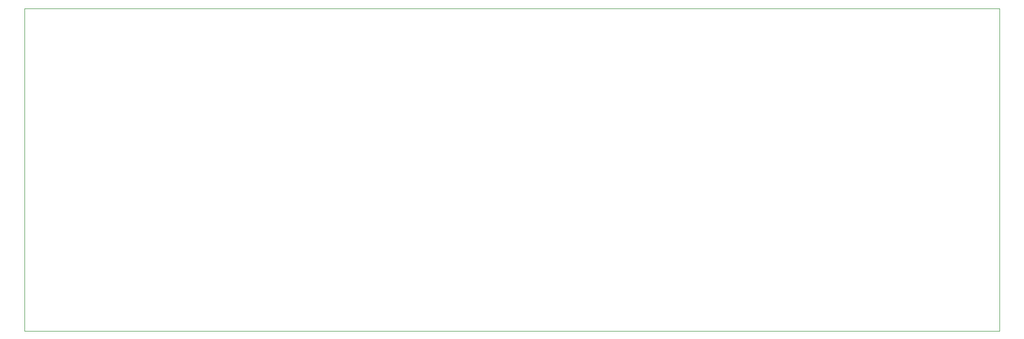
<source format=gm1>
%TF.GenerationSoftware,KiCad,Pcbnew,(5.1.9-0-10_14)*%
%TF.CreationDate,2021-04-28T18:12:29+02:00*%
%TF.ProjectId,mainboard,6d61696e-626f-4617-9264-2e6b69636164,rev?*%
%TF.SameCoordinates,Original*%
%TF.FileFunction,Profile,NP*%
%FSLAX46Y46*%
G04 Gerber Fmt 4.6, Leading zero omitted, Abs format (unit mm)*
G04 Created by KiCad (PCBNEW (5.1.9-0-10_14)) date 2021-04-28 18:12:29*
%MOMM*%
%LPD*%
G01*
G04 APERTURE LIST*
%TA.AperFunction,Profile*%
%ADD10C,0.050000*%
%TD*%
G04 APERTURE END LIST*
D10*
X153670000Y73025000D02*
X153670000Y127635000D01*
X318770000Y73025000D02*
X153670000Y73025000D01*
X318770000Y127635000D02*
X318770000Y73025000D01*
X153670000Y127635000D02*
X318770000Y127635000D01*
M02*

</source>
